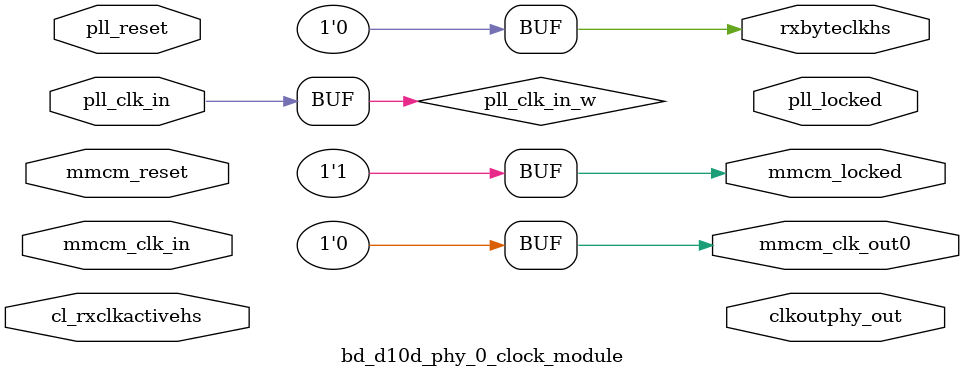
<source format=v>

`timescale 1ps/1ps

(* DowngradeIPIdentifiedWarnings="yes" *)
module bd_d10d_phy_0_clock_module
#(
   parameter C_DPHY_LANES = 2,
   parameter MTBF_SYNC_STAGES = 3,
   parameter C_HS_LINE_RATE = 1000,
   parameter C_STABLE_CLK_PERIOD = 10,
   parameter C_TXPLL_CLKIN_PERIOD = 8.0,
   parameter EN_DPHY_IO = 1
   )
   (
       input               mmcm_clk_in,
       output              mmcm_clk_out0,
       input               cl_rxclkactivehs,
       output              rxbyteclkhs,
       input               pll_clk_in,
       output              clkoutphy_out,
       output              pll_locked,
       input               pll_reset,
       output              mmcm_locked,
       input               mmcm_reset
   );

   wire               pll_clk_in_w;
   wire               pll_locked_w;
   wire               pll_locked_sync;
   reg                clkoutphy_en;
   reg  [7:0]         clkoutphy_en_cntr;


assign  rxbyteclkhs   = 1'b0;
assign  mmcm_locked   = 1'b1;
assign  mmcm_clk_out0 = 1'b0;
assign  pll_clk_in_w  = pll_clk_in;

   //TXPLL Attributes for 1500 MHz CLKOUTPHY
   localparam  C_TXPLL_CLKIN_PERIOD_T   = 5.000;
   localparam  C_TXPLL_CLKOUTPHY_MODE   = "VCO";
   localparam  C_PLL_DIVCLK_DIVIDE      = 2;
   localparam  C_TXPLL_CLKFBOUT_MULT    = 15;
   localparam  C_TXPLL_CLKOUT0_DIVIDE   = 8;
   localparam  C_TXPLL_CLKOUT1_DIVIDE   = 8;

// This below logic will not get generated for Design (i.e. It will be
// generated for Exdes)
// As this module itself will not get generated if support level is 0
// This module is being used for Exdes So below logic has to be there

// ONLY FOR VERSAL 
//
// This below logic will not get generated for Design (i.e. It will be
// generated for Exdes)
// As this module itself will not get generated if support level is 0
// This module is being used for Exdes So below logic has to be there

endmodule


</source>
